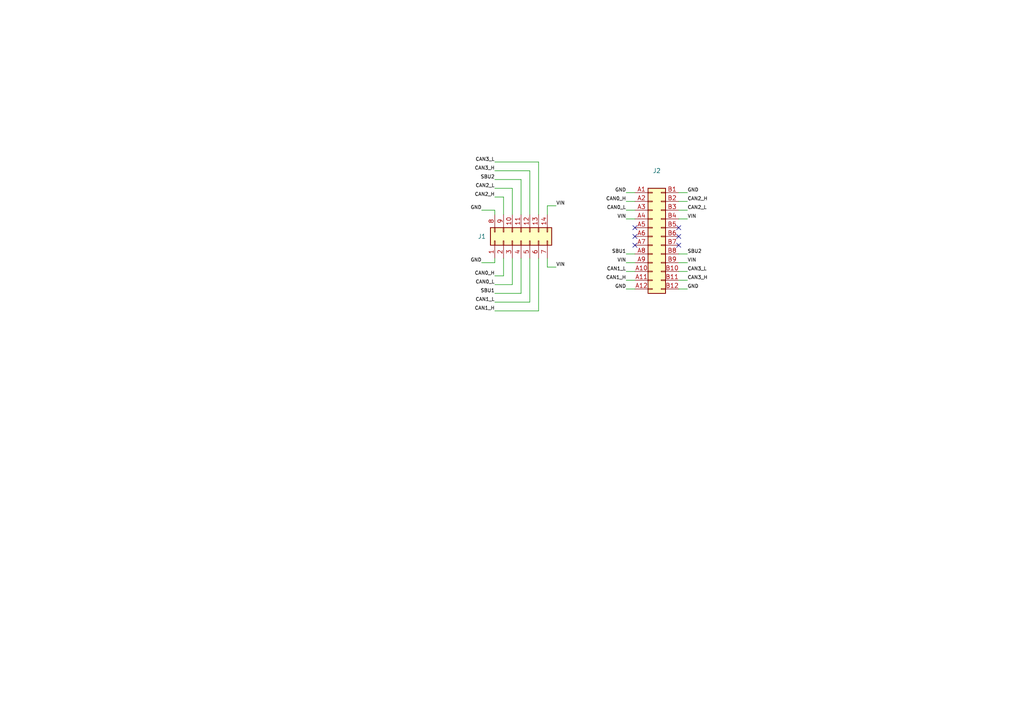
<source format=kicad_sch>
(kicad_sch (version 20230121) (generator eeschema)
  (paper "A4")
  (lib_symbols
    (symbol "Connector_Generic:Conn_02x07_Row_Letter_Last" (pin_names (offset 1.016) hide)
      (property "Reference" "J1" (at 1.27 10.16 90))
      (symbol "Conn_02x07_Row_Letter_Last_1_1"
        (rectangle (start -1.27 -7.493) (end 0 -7.747) (stroke (width 0.1524)))
        (rectangle (start -1.27 -4.953) (end 0 -5.207) (stroke (width 0.1524)))
        (rectangle (start -1.27 -2.413) (end 0 -2.667) (stroke (width 0.1524)))
        (rectangle (start -1.27 0.127) (end 0 -0.127) (stroke (width 0.1524)))
        (rectangle (start -1.27 2.667) (end 0 2.413) (stroke (width 0.1524)))
        (rectangle (start -1.27 5.207) (end 0 4.953) (stroke (width 0.1524)))
        (rectangle (start -1.27 7.747) (end 0 7.493) (stroke (width 0.1524)))
        (rectangle (start -1.27 8.89) (end 3.81 -8.89) (stroke (width 0.254)) (fill (type background)))
        (rectangle (start 3.81 -7.493) (end 2.54 -7.747) (stroke (width 0.1524)))
        (rectangle (start 3.81 -4.953) (end 2.54 -5.207) (stroke (width 0.1524)))
        (rectangle (start 3.81 -2.413) (end 2.54 -2.667) (stroke (width 0.1524)))
        (rectangle (start 3.81 0.127) (end 2.54 -0.127) (stroke (width 0.1524)))
        (rectangle (start 3.81 2.667) (end 2.54 2.413) (stroke (width 0.1524)))
        (rectangle (start 3.81 5.207) (end 2.54 4.953) (stroke (width 0.1524)))
        (rectangle (start 3.81 7.747) (end 2.54 7.493) (stroke (width 0.1524)))
        (pin passive line (at -5.08 7.62 0) (length 3.81) (name "Pin_1a") (number "1"))
        (pin passive line (at 7.62 2.54 180) (length 3.81) (name "Pin_3b") (number "10"))
        (pin passive line (at 7.62 0 180) (length 3.81) (name "Pin_4b") (number "11"))
        (pin passive line (at 7.62 -2.54 180) (length 3.81) (name "Pin_5b") (number "12"))
        (pin passive line (at 7.62 -5.08 180) (length 3.81) (name "Pin_6b") (number "13"))
        (pin passive line (at 7.62 -7.62 180) (length 3.81) (name "Pin_7b") (number "14"))
        (pin passive line (at -5.08 5.08 0) (length 3.81) (name "Pin_2a") (number "2"))
        (pin passive line (at -5.08 2.54 0) (length 3.81) (name "Pin_3a") (number "3"))
        (pin passive line (at -5.08 0 0) (length 3.81) (name "Pin_4a") (number "4"))
        (pin passive line (at -5.08 -2.54 0) (length 3.81) (name "Pin_5a") (number "5"))
        (pin passive line (at -5.08 -5.08 0) (length 3.81) (name "Pin_6a") (number "6"))
        (pin passive line (at -5.08 -7.62 0) (length 3.81) (name "Pin_7a") (number "7"))
        (pin passive line (at 7.62 7.62 180) (length 3.81) (name "Pin_1b") (number "8"))
        (pin passive line (at 7.62 5.08 180) (length 3.81) (name "Pin_2b") (number "9"))
      )
    )
    (symbol "Connector_Generic:Conn_02x12_Row_Letter_Last" (pin_names (offset 1.016) hide)
      (property "Reference" "J2" (at 1.27 19.05 0))
      (symbol "Conn_02x12_Row_Letter_Last_1_1"
        (rectangle (start -1.27 -15.113) (end 0 -15.367) (stroke (width 0.1524)))
        (rectangle (start -1.27 -12.573) (end 0 -12.827) (stroke (width 0.1524)))
        (rectangle (start -1.27 -10.033) (end 0 -10.287) (stroke (width 0.1524)))
        (rectangle (start -1.27 -7.493) (end 0 -7.747) (stroke (width 0.1524)))
        (rectangle (start -1.27 -4.953) (end 0 -5.207) (stroke (width 0.1524)))
        (rectangle (start -1.27 -2.413) (end 0 -2.667) (stroke (width 0.1524)))
        (rectangle (start -1.27 0.127) (end 0 -0.127) (stroke (width 0.1524)))
        (rectangle (start -1.27 2.667) (end 0 2.413) (stroke (width 0.1524)))
        (rectangle (start -1.27 5.207) (end 0 4.953) (stroke (width 0.1524)))
        (rectangle (start -1.27 7.747) (end 0 7.493) (stroke (width 0.1524)))
        (rectangle (start -1.27 10.287) (end 0 10.033) (stroke (width 0.1524)))
        (rectangle (start -1.27 12.827) (end 0 12.573) (stroke (width 0.1524)))
        (rectangle (start -1.27 13.97) (end 3.81 -16.51) (stroke (width 0.254)) (fill (type background)))
        (rectangle (start 3.81 -15.113) (end 2.54 -15.367) (stroke (width 0.1524)))
        (rectangle (start 3.81 -12.573) (end 2.54 -12.827) (stroke (width 0.1524)))
        (rectangle (start 3.81 -10.033) (end 2.54 -10.287) (stroke (width 0.1524)))
        (rectangle (start 3.81 -7.493) (end 2.54 -7.747) (stroke (width 0.1524)))
        (rectangle (start 3.81 -4.953) (end 2.54 -5.207) (stroke (width 0.1524)))
        (rectangle (start 3.81 -2.413) (end 2.54 -2.667) (stroke (width 0.1524)))
        (rectangle (start 3.81 0.127) (end 2.54 -0.127) (stroke (width 0.1524)))
        (rectangle (start 3.81 2.667) (end 2.54 2.413) (stroke (width 0.1524)))
        (rectangle (start 3.81 5.207) (end 2.54 4.953) (stroke (width 0.1524)))
        (rectangle (start 3.81 7.747) (end 2.54 7.493) (stroke (width 0.1524)))
        (rectangle (start 3.81 10.287) (end 2.54 10.033) (stroke (width 0.1524)))
        (rectangle (start 3.81 12.827) (end 2.54 12.573) (stroke (width 0.1524)))
        (pin passive line (at -5.08 12.7 0) (length 3.81) (name "a1") (number "A1"))
        (pin passive line (at -5.08 -10.16 0) (length 3.81) (name "a10") (number "A10"))
        (pin passive line (at -5.08 -12.7 0) (length 3.81) (name "a11") (number "A11"))
        (pin passive line (at -5.08 -15.24 0) (length 3.81) (name "a12") (number "A12"))
        (pin passive line (at -5.08 10.16 0) (length 3.81) (name "a2") (number "A2"))
        (pin passive line (at -5.08 7.62 0) (length 3.81) (name "a3") (number "A3"))
        (pin passive line (at -5.08 5.08 0) (length 3.81) (name "a4") (number "A4"))
        (pin passive line (at -5.08 2.54 0) (length 3.81) (name "a5") (number "A5"))
        (pin passive line (at -5.08 0 0) (length 3.81) (name "a6") (number "A6"))
        (pin passive line (at -5.08 -2.54 0) (length 3.81) (name "a7") (number "A7"))
        (pin passive line (at -5.08 -5.08 0) (length 3.81) (name "A8") (number "A8"))
        (pin passive line (at -5.08 -7.62 0) (length 3.81) (name "a9") (number "A9"))
        (pin passive line (at 7.62 12.7 180) (length 3.81) (name "b1") (number "B1"))
        (pin passive line (at 7.62 -10.16 180) (length 3.81) (name "b10") (number "B10"))
        (pin passive line (at 7.62 -12.7 180) (length 3.81) (name "b11") (number "B11"))
        (pin passive line (at 7.62 -15.24 180) (length 3.81) (name "b12") (number "B12"))
        (pin passive line (at 7.62 10.16 180) (length 3.81) (name "b2") (number "B2"))
        (pin passive line (at 7.62 7.62 180) (length 3.81) (name "b3") (number "B3"))
        (pin passive line (at 7.62 5.08 180) (length 3.81) (name "b4") (number "B4"))
        (pin passive line (at 7.62 2.54 180) (length 3.81) (name "b5") (number "B5"))
        (pin passive line (at 7.62 0 180) (length 3.81) (name "b6") (number "B6"))
        (pin passive line (at 7.62 -2.54 180) (length 3.81) (name "b7") (number "B7"))
        (pin passive line (at 7.62 -5.08 180) (length 3.81) (name "b8") (number "B8"))
        (pin passive line (at 7.62 -7.62 180) (length 3.81) (name "b9") (number "B9"))
      )
    )
  )
  (no_connect (at 196.85 66.04))
  (no_connect (at 196.85 71.12))
  (no_connect (at 184.15 71.12))
  (no_connect (at 196.85 68.58))
  (no_connect (at 184.15 66.04))
  (no_connect (at 184.15 68.58))
  (wire (pts (xy 181.61 60.96) (xy 184.15 60.96)))
  (wire (pts (xy 196.85 83.82) (xy 199.39 83.82)))
  (wire (pts (xy 158.75 74.93) (xy 158.75 77.47)))
  (wire (pts (xy 146.05 80.01) (xy 143.51 80.01)))
  (wire (pts (xy 181.61 76.2) (xy 184.15 76.2)))
  (wire (pts (xy 196.85 58.42) (xy 199.39 58.42)))
  (wire (pts (xy 143.51 76.2) (xy 143.51 74.93)))
  (wire (pts (xy 181.61 58.42) (xy 184.15 58.42)))
  (wire (pts (xy 153.67 49.53) (xy 143.51 49.53)))
  (wire (pts (xy 143.51 60.96) (xy 143.51 62.23)))
  (wire (pts (xy 181.61 55.88) (xy 184.15 55.88)))
  (wire (pts (xy 196.85 63.5) (xy 199.39 63.5)))
  (wire (pts (xy 148.59 82.55) (xy 143.51 82.55)))
  (wire (pts (xy 151.13 52.07) (xy 143.51 52.07)))
  (wire (pts (xy 158.75 62.23) (xy 158.75 59.69)))
  (wire (pts (xy 143.51 54.61) (xy 148.59 54.61)))
  (wire (pts (xy 146.05 62.23) (xy 146.05 57.15)))
  (wire (pts (xy 146.05 74.93) (xy 146.05 80.01)))
  (wire (pts (xy 151.13 62.23) (xy 151.13 52.07)))
  (wire (pts (xy 156.21 74.93) (xy 156.21 90.17)))
  (wire (pts (xy 181.61 78.74) (xy 184.15 78.74)))
  (wire (pts (xy 181.61 81.28) (xy 184.15 81.28)))
  (wire (pts (xy 158.75 59.69) (xy 161.29 59.69)))
  (wire (pts (xy 181.61 83.82) (xy 184.15 83.82)))
  (wire (pts (xy 143.51 57.15) (xy 146.05 57.15)))
  (wire (pts (xy 158.75 77.47) (xy 161.29 77.47)))
  (wire (pts (xy 153.67 74.93) (xy 153.67 87.63)))
  (wire (pts (xy 139.7 76.2) (xy 143.51 76.2)))
  (wire (pts (xy 148.59 62.23) (xy 148.59 54.61)))
  (wire (pts (xy 156.21 46.99) (xy 143.51 46.99)))
  (wire (pts (xy 181.61 63.5) (xy 184.15 63.5)))
  (wire (pts (xy 156.21 62.23) (xy 156.21 46.99)))
  (wire (pts (xy 196.85 81.28) (xy 199.39 81.28)))
  (wire (pts (xy 148.59 74.93) (xy 148.59 82.55)))
  (wire (pts (xy 153.67 62.23) (xy 153.67 49.53)))
  (wire (pts (xy 156.21 90.17) (xy 143.51 90.17)))
  (wire (pts (xy 196.85 55.88) (xy 199.39 55.88)))
  (wire (pts (xy 181.61 73.66) (xy 184.15 73.66)))
  (wire (pts (xy 196.85 60.96) (xy 199.39 60.96)))
  (wire (pts (xy 151.13 74.93) (xy 151.13 85.09)))
  (wire (pts (xy 196.85 78.74) (xy 199.39 78.74)))
  (wire (pts (xy 139.7 60.96) (xy 143.51 60.96)))
  (wire (pts (xy 196.85 76.2) (xy 199.39 76.2)))
  (wire (pts (xy 196.85 73.66) (xy 199.39 73.66)))
  (wire (pts (xy 153.67 87.63) (xy 143.51 87.63)))
  (wire (pts (xy 143.51 85.09) (xy 151.13 85.09)))
  (label "GND" (at 181.61 83.82 180) (effects (font (size 1 1))))
  (label "CAN1_H" (at 143.51 90.17 180) (effects (font (size 1 1))))
  (label "CAN0_H" (at 181.61 58.42 180) (effects (font (size 1 1))))
  (label "SBU2" (at 143.51 52.07 180) (effects (font (size 1 1))))
  (label "GND" (at 139.7 76.2 180) (effects (font (size 1 1))))
  (label "VIN" (at 199.39 76.2 0) (effects (font (size 1 1))))
  (label "GND" (at 181.61 55.88 180) (effects (font (size 1 1))))
  (label "CAN0_L" (at 181.61 60.96 180) (effects (font (size 1 1))))
  (label "GND" (at 199.39 83.82 0) (effects (font (size 1 1))))
  (label "CAN2_L" (at 143.51 54.61 180) (effects (font (size 1 1))))
  (label "SBU2" (at 199.39 73.66 0) (effects (font (size 1 1))))
  (label "CAN3_H" (at 199.39 81.28 0) (effects (font (size 1 1))))
  (label "CAN2_L" (at 199.39 60.96 0) (effects (font (size 1 1))))
  (label "CAN0_L" (at 143.51 82.55 180) (effects (font (size 1 1))))
  (label "CAN1_L" (at 181.61 78.74 180) (effects (font (size 1 1))))
  (label "VIN" (at 181.61 63.5 180) (effects (font (size 1 1))))
  (label "GND" (at 199.39 55.88 0) (effects (font (size 1 1))))
  (label "CAN3_L" (at 143.51 46.99 180) (effects (font (size 1 1))))
  (label "CAN0_H" (at 143.51 80.01 180) (effects (font (size 1 1))))
  (label "SBU1" (at 143.51 85.09 180) (effects (font (size 1 1))))
  (label "VIN" (at 181.61 76.2 180) (effects (font (size 1 1))))
  (label "GND" (at 139.7 60.96 180) (effects (font (size 1 1))))
  (label "CAN1_H" (at 181.61 81.28 180) (effects (font (size 1 1))))
  (label "VIN" (at 161.29 77.47 0) (effects (font (size 1 1))))
  (label "CAN1_L" (at 143.51 87.63 180) (effects (font (size 1 1))))
  (label "SBU1" (at 181.61 73.66 180) (effects (font (size 1 1))))
  (label "CAN3_L" (at 199.39 78.74 0) (effects (font (size 1 1))))
  (label "CAN2_H" (at 199.39 58.42 0) (effects (font (size 1 1))))
  (label "VIN" (at 161.29 59.69 0) (effects (font (size 1 1))))
  (label "CAN3_H" (at 143.51 49.53 180) (effects (font (size 1 1))))
  (label "CAN2_H" (at 143.51 57.15 180) (effects (font (size 1 1))))
  (label "VIN" (at 199.39 63.5 0) (effects (font (size 1 1))))
  (symbol (lib_id "Connector_Generic:Conn_02x07_Row_Letter_Last") (at 151.13 69.85 90) (unit 1)
    (property "Reference" "J1" (at 140.97 68.58 90) (effects (justify left)))
    (property "Value" "Conn_02x07_Row_Letter_Last" (effects hide))
    (property "Footprint" "CommaPogo_Library:2x7_Pogo_Male" (effects hide))
  )
  (symbol (lib_id "Connector_Generic:Conn_02x12_Row_Letter_Last") (at 189.23 68.58 0) (unit 1)
    (property "Reference" "J2" (at 190.5 49.53 0))
    (property "Value" "Conn_02x12_Row_Letter_Last" (effects hide))
    (property "Footprint" "CommaPogo_Library:GCT_USB4056-03-A_REVA2" (effects hide))
  )
)
</source>
